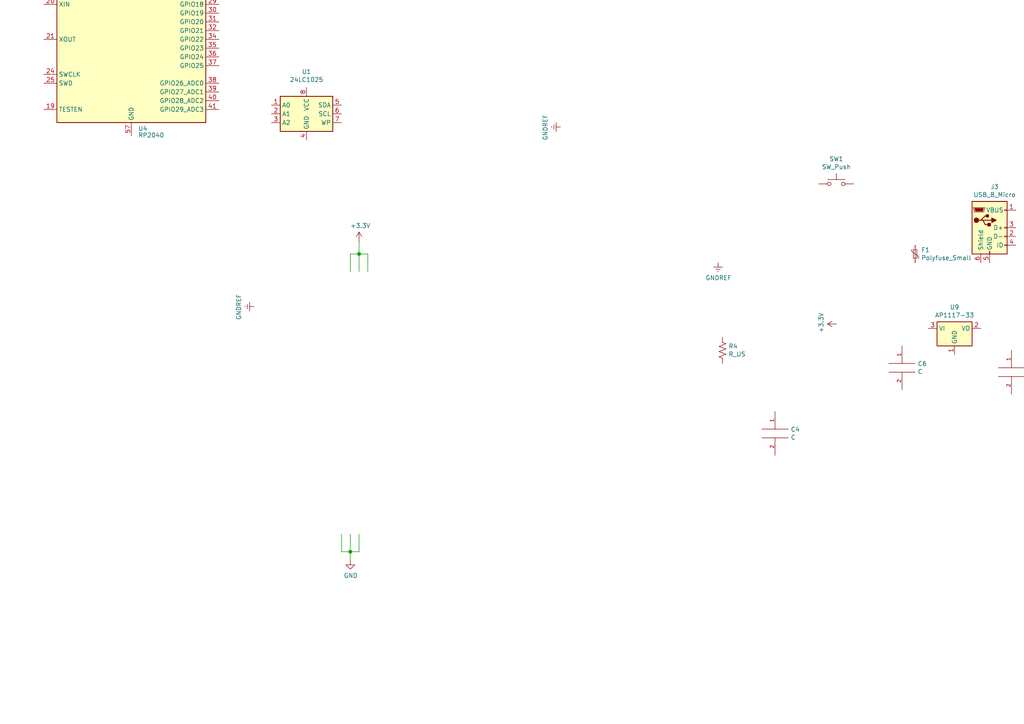
<source format=kicad_sch>
(kicad_sch (version 20230121) (generator eeschema)
  (paper "A4")
  (lib_symbols
    (symbol "Analog_DAC:MCP4725xxx-xCH"
      (property "Reference" "U" (at -6.35 6.35 0))
      (property "Value" "MCP4725xxx-xCH" (at 8.89 6.35 0))
      (symbol "MCP4725xxx-xCH_1_1"
        (pin output line (at 10.16 0 180) (length 2.54) (name "VOUT") (number "1"))
        (pin power_in line (at 0 -7.62 90) (length 2.54) (name "VSS") (number "2"))
        (pin power_in line (at 0 7.62 270) (length 2.54) (name "VDD") (number "3"))
        (pin bidirectional line (at -10.16 0 0) (length 2.54) (name "SDA") (number "4"))
        (pin input line (at -10.16 2.54 0) (length 2.54) (name "SCL") (number "5"))
        (pin input line (at -10.16 -2.54 0) (length 2.54) (name "A0") (number "6"))
      )
    )
    (symbol "Connector:AudioJack2_Switch"
      (property "Reference" "J" (at 0 11.43 0))
      (property "Value" "Connector_AudioJack2_Switch" (at 0 8.89 0))
      (symbol "AudioJack2_Switch_1_1"
        (pin passive line (at 5.08 5.08 180) (length 2.54) (name "~") (number "S"))
        (pin passive line (at 5.08 2.54 180) (length 2.54) (name "~") (number "SN"))
        (pin passive line (at 5.08 0 180) (length 2.54) (name "~") (number "T"))
        (pin passive line (at 5.08 -2.54 180) (length 2.54) (name "~") (number "TN"))
      )
    )
    (symbol "Connector:Micro_SD_Card" (pin_names (offset 1.016))
      (property "Reference" "J" (at -16.51 15.24 0))
      (property "Value" "Micro_SD_Card" (at 16.51 15.24 0))
      (symbol "Micro_SD_Card_1_1"
        (pin bidirectional line (at -22.86 7.62 0) (length 3.81) (name "DAT2") (number "1"))
        (pin bidirectional line (at -22.86 5.08 0) (length 3.81) (name "DAT3/CD") (number "2"))
        (pin input line (at -22.86 2.54 0) (length 3.81) (name "CMD") (number "3"))
        (pin power_in line (at -22.86 0 0) (length 3.81) (name "VDD") (number "4"))
        (pin input line (at -22.86 -2.54 0) (length 3.81) (name "CLK") (number "5"))
        (pin power_in line (at -22.86 -5.08 0) (length 3.81) (name "VSS") (number "6"))
        (pin bidirectional line (at -22.86 -7.62 0) (length 3.81) (name "DAT0") (number "7"))
        (pin bidirectional line (at -22.86 -10.16 0) (length 3.81) (name "DAT1") (number "8"))
        (pin passive line (at 20.32 -15.24 180) (length 3.81) (name "SHIELD") (number "9"))
      )
    )
    (symbol "Connector:USB_B_Micro" (pin_names (offset 1.016))
      (property "Reference" "J" (at -5.08 11.43 0))
      (property "Value" "USB_B_Micro" (at -5.08 8.89 0))
      (symbol "USB_B_Micro_1_1"
        (pin power_out line (at 7.62 5.08 180) (length 2.54) (name "VBUS") (number "1"))
        (pin bidirectional line (at 7.62 -2.54 180) (length 2.54) (name "D-") (number "2"))
        (pin bidirectional line (at 7.62 0 180) (length 2.54) (name "D+") (number "3"))
        (pin passive line (at 7.62 -5.08 180) (length 2.54) (name "ID") (number "4"))
        (pin power_out line (at 0 -10.16 90) (length 2.54) (name "GND") (number "5"))
        (pin passive line (at -2.54 -10.16 90) (length 2.54) (name "Shield") (number "6"))
      )
    )
    (symbol "Connector:USB_C_Plug" (pin_names (offset 1.016))
      (property "Reference" "P" (at -10.16 29.21 0))
      (property "Value" "USB_C_Plug" (at 10.16 29.21 0))
      (symbol "USB_C_Plug_1_1"
        (pin passive line (at 0 -40.64 90) (length 5.08) (name "GND") (number "A1"))
        (pin bidirectional line (at 15.24 -15.24 180) (length 5.08) (name "RX2-") (number "A10"))
        (pin bidirectional line (at 15.24 -17.78 180) (length 5.08) (name "RX2+") (number "A11"))
        (pin passive line (at 0 -40.64 90) (length 5.08) hide (name "GND") (number "A12"))
        (pin bidirectional line (at 15.24 -10.16 180) (length 5.08) (name "TX1+") (number "A2"))
        (pin bidirectional line (at 15.24 -7.62 180) (length 5.08) (name "TX1-") (number "A3"))
        (pin passive line (at 15.24 25.4 180) (length 5.08) (name "VBUS") (number "A4"))
        (pin bidirectional line (at 15.24 20.32 180) (length 5.08) (name "CC") (number "A5"))
        (pin bidirectional line (at 15.24 7.62 180) (length 5.08) (name "D+") (number "A6"))
        (pin bidirectional line (at 15.24 12.7 180) (length 5.08) (name "D-") (number "A7"))
        (pin bidirectional line (at 15.24 -30.48 180) (length 5.08) (name "SBU1") (number "A8"))
        (pin passive line (at 15.24 25.4 180) (length 5.08) hide (name "VBUS") (number "A9"))
        (pin passive line (at 0 -40.64 90) (length 5.08) hide (name "GND") (number "B1"))
        (pin bidirectional line (at 15.24 0 180) (length 5.08) (name "RX1-") (number "B10"))
        (pin bidirectional line (at 15.24 -2.54 180) (length 5.08) (name "RX1+") (number "B11"))
        (pin passive line (at 0 -40.64 90) (length 5.08) hide (name "GND") (number "B12"))
        (pin bidirectional line (at 15.24 -25.4 180) (length 5.08) (name "TX2+") (number "B2"))
        (pin bidirectional line (at 15.24 -22.86 180) (length 5.08) (name "TX2-") (number "B3"))
        (pin passive line (at 15.24 25.4 180) (length 5.08) hide (name "VBUS") (number "B4"))
        (pin bidirectional line (at 15.24 17.78 180) (length 5.08) (name "VCONN") (number "B5"))
        (pin bidirectional line (at 15.24 -33.02 180) (length 5.08) (name "SBU2") (number "B8"))
        (pin passive line (at 15.24 25.4 180) (length 5.08) hide (name "VBUS") (number "B9"))
        (pin passive line (at -7.62 -40.64 90) (length 5.08) (name "SHIELD") (number "S1"))
      )
    )
    (symbol "Device:Crystal" (pin_numbers hide) (pin_names (offset 1.016) hide)
      (property "Reference" "Y" (at 0 3.81 0))
      (property "Value" "Crystal" (at 0 -3.81 0))
      (symbol "Crystal_1_1"
        (pin passive line (at -3.81 0 0) (length 1.27) (name "1") (number "1"))
        (pin passive line (at 3.81 0 180) (length 1.27) (name "2") (number "2"))
      )
    )
    (symbol "Device:D_Zener" (pin_numbers hide) (pin_names (offset 1.016) hide)
      (property "Reference" "D" (at 0 2.54 0))
      (property "Value" "D_Zener" (at 0 -2.54 0))
      (symbol "D_Zener_1_1"
        (pin passive line (at -3.81 0 0) (length 2.54) (name "K") (number "1"))
        (pin passive line (at 3.81 0 180) (length 2.54) (name "A") (number "2"))
      )
    )
    (symbol "Device:Polyfuse_Small" (pin_numbers hide) (pin_names (offset 0))
      (property "Reference" "F" (at -1.905 0 90))
      (property "Value" "Polyfuse_Small" (at 1.905 0 90))
      (symbol "Polyfuse_Small_1_1"
        (pin passive line (at 0 2.54 270) (length 0.635) (name "~") (number "1"))
        (pin passive line (at 0 -2.54 90) (length 0.635) (name "~") (number "2"))
      )
    )
    (symbol "Device:R_US" (pin_numbers hide) (pin_names (offset 0))
      (property "Reference" "R" (at 2.54 0 90))
      (property "Value" "R_US" (at -2.54 0 90))
      (symbol "R_US_1_1"
        (pin passive line (at 0 3.81 270) (length 1.27) (name "~") (number "1"))
        (pin passive line (at 0 -3.81 90) (length 1.27) (name "~") (number "2"))
      )
    )
    (symbol "Display_Graphic:AG12864E" (pin_names (offset 1.016))
      (property "Reference" "DS" (at -8.382 19.05 0))
      (property "Value" "AG12864E" (at 5.588 19.05 0))
      (symbol "AG12864E_1_1"
        (pin power_in line (at 0 20.32 270) (length 2.54) (name "VCC") (number "1"))
        (pin bidirectional line (at -12.7 -12.7 0) (length 2.54) (name "DB6") (number "10"))
        (pin bidirectional line (at -12.7 -15.24 0) (length 2.54) (name "DB7") (number "11"))
        (pin input line (at 12.7 -12.7 180) (length 2.54) (name "~{CS1}") (number "12"))
        (pin input line (at 12.7 -15.24 180) (length 2.54) (name "~{CS2}") (number "13"))
        (pin input line (at -12.7 10.16 0) (length 2.54) (name "~{RST}") (number "14"))
        (pin input line (at -12.7 7.62 0) (length 2.54) (name "R/~{W}") (number "15"))
        (pin input line (at -12.7 12.7 0) (length 2.54) (name "D/~{I}") (number "16"))
        (pin input line (at -12.7 15.24 0) (length 2.54) (name "E") (number "17"))
        (pin passive line (at 12.7 7.62 180) (length 2.54) (name "VEE") (number "18"))
        (pin passive line (at 12.7 -2.54 180) (length 2.54) (name "LEDA/EL") (number "19"))
        (pin power_in line (at 0 -20.32 90) (length 2.54) (name "GND") (number "2"))
        (pin passive line (at 12.7 -5.08 180) (length 2.54) (name "LEDK/EL") (number "20"))
        (pin passive line (at 12.7 15.24 180) (length 2.54) (name "VO") (number "3"))
        (pin bidirectional line (at -12.7 2.54 0) (length 2.54) (name "DB0") (number "4"))
        (pin bidirectional line (at -12.7 0 0) (length 2.54) (name "DB1") (number "5"))
        (pin bidirectional line (at -12.7 -2.54 0) (length 2.54) (name "DB2") (number "6"))
        (pin bidirectional line (at -12.7 -5.08 0) (length 2.54) (name "DB3") (number "7"))
        (pin bidirectional line (at -12.7 -7.62 0) (length 2.54) (name "DB4") (number "8"))
        (pin bidirectional line (at -12.7 -10.16 0) (length 2.54) (name "DB5") (number "9"))
      )
    )
    (symbol "MCU_RaspberryPi:RP2040"
      (property "Reference" "U" (at 17.78 45.72 0))
      (property "Value" "RP2040" (at 17.78 43.18 0))
      (symbol "RP2040_1_1"
        (pin power_in line (at 2.54 45.72 270) (length 3.81) (name "IOVDD") (number "1"))
        (pin passive line (at 2.54 45.72 270) (length 3.81) hide (name "IOVDD") (number "10"))
        (pin bidirectional line (at 25.4 17.78 180) (length 3.81) (name "GPIO8") (number "11"))
        (pin bidirectional line (at 25.4 15.24 180) (length 3.81) (name "GPIO9") (number "12"))
        (pin bidirectional line (at 25.4 12.7 180) (length 3.81) (name "GPIO10") (number "13"))
        (pin bidirectional line (at 25.4 10.16 180) (length 3.81) (name "GPIO11") (number "14"))
        (pin bidirectional line (at 25.4 7.62 180) (length 3.81) (name "GPIO12") (number "15"))
        (pin bidirectional line (at 25.4 5.08 180) (length 3.81) (name "GPIO13") (number "16"))
        (pin bidirectional line (at 25.4 2.54 180) (length 3.81) (name "GPIO14") (number "17"))
        (pin bidirectional line (at 25.4 0 180) (length 3.81) (name "GPIO15") (number "18"))
        (pin input line (at -25.4 -38.1 0) (length 3.81) (name "TESTEN") (number "19"))
        (pin bidirectional line (at 25.4 38.1 180) (length 3.81) (name "GPIO0") (number "2"))
        (pin input line (at -25.4 -7.62 0) (length 3.81) (name "XIN") (number "20"))
        (pin passive line (at -25.4 -17.78 0) (length 3.81) (name "XOUT") (number "21"))
        (pin passive line (at 2.54 45.72 270) (length 3.81) hide (name "IOVDD") (number "22"))
        (pin power_in line (at -2.54 45.72 270) (length 3.81) (name "DVDD") (number "23"))
        (pin input line (at -25.4 -27.94 0) (length 3.81) (name "SWCLK") (number "24"))
        (pin bidirectional line (at -25.4 -30.48 0) (length 3.81) (name "SWD") (number "25"))
        (pin input line (at -25.4 38.1 0) (length 3.81) (name "RUN") (number "26"))
        (pin bidirectional line (at 25.4 -2.54 180) (length 3.81) (name "GPIO16") (number "27"))
        (pin bidirectional line (at 25.4 -5.08 180) (length 3.81) (name "GPIO17") (number "28"))
        (pin bidirectional line (at 25.4 -7.62 180) (length 3.81) (name "GPIO18") (number "29"))
        (pin bidirectional line (at 25.4 35.56 180) (length 3.81) (name "GPIO1") (number "3"))
        (pin bidirectional line (at 25.4 -10.16 180) (length 3.81) (name "GPIO19") (number "30"))
        (pin bidirectional line (at 25.4 -12.7 180) (length 3.81) (name "GPIO20") (number "31"))
        (pin bidirectional line (at 25.4 -15.24 180) (length 3.81) (name "GPIO21") (number "32"))
        (pin passive line (at 2.54 45.72 270) (length 3.81) hide (name "IOVDD") (number "33"))
        (pin bidirectional line (at 25.4 -17.78 180) (length 3.81) (name "GPIO22") (number "34"))
        (pin bidirectional line (at 25.4 -20.32 180) (length 3.81) (name "GPIO23") (number "35"))
        (pin bidirectional line (at 25.4 -22.86 180) (length 3.81) (name "GPIO24") (number "36"))
        (pin bidirectional line (at 25.4 -25.4 180) (length 3.81) (name "GPIO25") (number "37"))
        (pin bidirectional line (at 25.4 -30.48 180) (length 3.81) (name "GPIO26_ADC0") (number "38"))
        (pin bidirectional line (at 25.4 -33.02 180) (length 3.81) (name "GPIO27_ADC1") (number "39"))
        (pin bidirectional line (at 25.4 33.02 180) (length 3.81) (name "GPIO2") (number "4"))
        (pin bidirectional line (at 25.4 -35.56 180) (length 3.81) (name "GPIO28_ADC2") (number "40"))
        (pin bidirectional line (at 25.4 -38.1 180) (length 3.81) (name "GPIO29_ADC3") (number "41"))
        (pin passive line (at 2.54 45.72 270) (length 3.81) hide (name "IOVDD") (number "42"))
        (pin power_in line (at 7.62 45.72 270) (length 3.81) (name "ADC_AVDD") (number "43"))
        (pin power_in line (at 10.16 45.72 270) (length 3.81) (name "VREG_IN") (number "44"))
        (pin power_out line (at -5.08 45.72 270) (length 3.81) (name "VREG_VOUT") (number "45"))
        (pin bidirectional line (at -25.4 27.94 0) (length 3.81) (name "USB_DM") (number "46"))
        (pin bidirectional line (at -25.4 30.48 0) (length 3.81) (name "USB_DP") (number "47"))
        (pin power_in line (at 5.08 45.72 270) (length 3.81) (name "USB_VDD") (number "48"))
        (pin passive line (at 2.54 45.72 270) (length 3.81) hide (name "IOVDD") (number "49"))
        (pin bidirectional line (at 25.4 30.48 180) (length 3.81) (name "GPIO3") (number "5"))
        (pin passive line (at -2.54 45.72 270) (length 3.81) hide (name "DVDD") (number "50"))
        (pin bidirectional line (at -25.4 7.62 0) (length 3.81) (name "QSPI_SD3") (number "51"))
        (pin output line (at -25.4 5.08 0) (length 3.81) (name "QSPI_SCLK") (number "52"))
        (pin bidirectional line (at -25.4 15.24 0) (length 3.81) (name "QSPI_SD0") (number "53"))
        (pin bidirectional line (at -25.4 10.16 0) (length 3.81) (name "QSPI_SD2") (number "54"))
        (pin bidirectional line (at -25.4 12.7 0) (length 3.81) (name "QSPI_SD1") (number "55"))
        (pin bidirectional line (at -25.4 20.32 0) (length 3.81) (name "QSPI_SS") (number "56"))
        (pin power_in line (at 0 -45.72 90) (length 3.81) (name "GND") (number "57"))
        (pin bidirectional line (at 25.4 27.94 180) (length 3.81) (name "GPIO4") (number "6"))
        (pin bidirectional line (at 25.4 25.4 180) (length 3.81) (name "GPIO5") (number "7"))
        (pin bidirectional line (at 25.4 22.86 180) (length 3.81) (name "GPIO6") (number "8"))
        (pin bidirectional line (at 25.4 20.32 180) (length 3.81) (name "GPIO7") (number "9"))
      )
    )
    (symbol "Memory_EEPROM:24LC1025"
      (property "Reference" "U" (at -6.35 6.35 0))
      (property "Value" "24LC1025" (at 1.27 6.35 0))
      (symbol "24LC1025_1_1"
        (pin input line (at -10.16 2.54 0) (length 2.54) (name "A0") (number "1"))
        (pin input line (at -10.16 0 0) (length 2.54) (name "A1") (number "2"))
        (pin input line (at -10.16 -2.54 0) (length 2.54) (name "A2") (number "3"))
        (pin power_in line (at 0 -7.62 90) (length 2.54) (name "GND") (number "4"))
        (pin bidirectional line (at 10.16 2.54 180) (length 2.54) (name "SDA") (number "5"))
        (pin input line (at 10.16 0 180) (length 2.54) (name "SCL") (number "6"))
        (pin input line (at 10.16 -2.54 180) (length 2.54) (name "WP") (number "7"))
        (pin power_in line (at 0 7.62 270) (length 2.54) (name "VCC") (number "8"))
      )
    )
    (symbol "Memory_Flash:W25Q32JVSS"
      (property "Reference" "U" (at -6.35 11.43 0))
      (property "Value" "W25Q32JVSS" (at 7.62 11.43 0))
      (symbol "W25Q32JVSS_1_1"
        (pin input line (at -10.16 7.62 0) (length 2.54) (name "~{CS}") (number "1"))
        (pin bidirectional line (at -10.16 0 0) (length 2.54) (name "DO(IO1)") (number "2"))
        (pin bidirectional line (at -10.16 -2.54 0) (length 2.54) (name "IO2") (number "3"))
        (pin power_in line (at 0 -12.7 90) (length 2.54) (name "GND") (number "4"))
        (pin bidirectional line (at -10.16 2.54 0) (length 2.54) (name "DI(IO0)") (number "5"))
        (pin input line (at -10.16 5.08 0) (length 2.54) (name "CLK") (number "6"))
        (pin bidirectional line (at -10.16 -5.08 0) (length 2.54) (name "IO3") (number "7"))
        (pin power_in line (at 0 12.7 270) (length 2.54) (name "VCC") (number "8"))
      )
    )
    (symbol "Regulator_Linear:AP1117-33"
      (property "Reference" "U" (at -3.81 3.175 0))
      (property "Value" "AP1117-33" (at 0 3.175 0))
      (symbol "AP1117-33_1_1"
        (pin power_in line (at 0 -7.62 90) (length 2.54) (name "GND") (number "1"))
        (pin power_out line (at 7.62 0 180) (length 2.54) (name "VO") (number "2"))
        (pin power_in line (at -7.62 0 0) (length 2.54) (name "VI") (number "3"))
      )
    )
    (symbol "Sensor_Motion:MPU-6050"
      (property "Reference" "U" (at -11.43 13.97 0))
      (property "Value" "MPU-6050" (at 7.62 -15.24 0))
      (symbol "MPU-6050_0_0"
        (text "" (at 12.7 -2.54 0) (effects (font (size 1.27 1.27))))
      )
      (symbol "MPU-6050_1_1"
        (pin input clock (at -17.78 -7.62 0) (length 5.08) (name "CLKIN") (number "1"))
        (pin passive line (at 17.78 -7.62 180) (length 5.08) (name "REGOUT") (number "10"))
        (pin input line (at -17.78 -5.08 0) (length 5.08) (name "FSYNC") (number "11"))
        (pin output line (at 17.78 7.62 180) (length 5.08) (name "INT") (number "12"))
        (pin power_in line (at 2.54 17.78 270) (length 3.81) (name "VDD") (number "13"))
        (pin no_connect line (at -12.7 -10.16 0) (length 2.54) hide (name "NC") (number "14"))
        (pin no_connect line (at 12.7 12.7 180) (length 2.54) hide (name "NC") (number "15"))
        (pin no_connect line (at 12.7 10.16 180) (length 2.54) hide (name "NC") (number "16"))
        (pin no_connect line (at 12.7 5.08 180) (length 2.54) hide (name "NC") (number "17"))
        (pin power_in line (at 0 -17.78 90) (length 3.81) (name "GND") (number "18"))
        (pin no_connect line (at 12.7 -10.16 180) (length 2.54) hide (name "RESV") (number "19"))
        (pin no_connect line (at -12.7 12.7 0) (length 2.54) hide (name "NC") (number "2"))
        (pin passive line (at 17.78 -5.08 180) (length 5.08) (name "CPOUT") (number "20"))
        (pin no_connect line (at 12.7 -2.54 180) (length 2.54) hide (name "RESV") (number "21"))
        (pin no_connect line (at 12.7 -12.7 180) (length 2.54) hide (name "RESV") (number "22"))
        (pin input line (at -17.78 5.08 0) (length 5.08) (name "SCL") (number "23"))
        (pin bidirectional line (at -17.78 7.62 0) (length 5.08) (name "SDA") (number "24"))
        (pin no_connect line (at -12.7 10.16 0) (length 2.54) hide (name "NC") (number "3"))
        (pin no_connect line (at -12.7 0 0) (length 2.54) hide (name "NC") (number "4"))
        (pin no_connect line (at -12.7 -2.54 0) (length 2.54) hide (name "NC") (number "5"))
        (pin bidirectional line (at 17.78 2.54 180) (length 5.08) (name "AUX_DA") (number "6"))
        (pin output clock (at 17.78 0 180) (length 5.08) (name "AUX_CL") (number "7"))
        (pin power_in line (at -2.54 17.78 270) (length 3.81) (name "VLOGIC") (number "8"))
        (pin input line (at -17.78 2.54 0) (length 5.08) (name "AD0") (number "9"))
      )
    )
    (symbol "Switch:SW_Push" (pin_numbers hide) (pin_names (offset 1.016) hide)
      (property "Reference" "SW" (at 1.27 2.54 0))
      (property "Value" "SW_Push" (at 0 -1.524 0))
      (symbol "SW_Push_0_1"
        (pin passive line (at -5.08 0 0) (length 2.54) (name "1") (number "1"))
        (pin passive line (at 5.08 0 180) (length 2.54) (name "2") (number "2"))
      )
    )
    (symbol "Timer_RTC:DS1307Z+"
      (property "Reference" "U" (at -8.89 8.89 0))
      (property "Value" "DS1307Z+" (at 1.27 8.89 0))
      (symbol "DS1307Z+_1_1"
        (pin input line (at -12.7 -2.54 0) (length 2.54) (name "X1") (number "1"))
        (pin input line (at -12.7 -5.08 0) (length 2.54) (name "X2") (number "2"))
        (pin power_in line (at 0 10.16 270) (length 2.54) (name "VBAT") (number "3"))
        (pin power_in line (at 0 -10.16 90) (length 2.54) (name "GND") (number "4"))
        (pin bidirectional line (at -12.7 2.54 0) (length 2.54) (name "SDA") (number "5"))
        (pin input line (at -12.7 5.08 0) (length 2.54) (name "SCL") (number "6"))
        (pin open_collector line (at 12.7 0 180) (length 2.54) (name "SQW/OUT") (number "7"))
        (pin power_in line (at -2.54 10.16 270) (length 2.54) (name "VCC") (number "8"))
      )
    )
    (symbol "gameConsole-rescue:PAM8403-pam8403" (pin_names (offset 1.016))
      (property "Reference" "U" (at 1.27 -2.54 0))
      (property "Value" "PAM8403-pam8403" (at 1.27 3.81 0))
      (symbol "PAM8403-pam8403_1_1"
        (pin input line (at 24.13 6.35 180) (length 7.62) (name "+OutLeft") (number "1"))
        (pin input line (at -20.32 -1.27 0) (length 7.62) (name "InRight") (number "10"))
        (pin input line (at -6.35 -24.13 90) (length 7.62) (name "GND") (number "11"))
        (pin input line (at -20.32 -5.08 0) (length 7.62) (name "~{Shutdown}") (number "12"))
        (pin input line (at 6.35 21.59 270) (length 7.62) (name "PVDD") (number "13"))
        (pin input line (at 24.13 -2.54 180) (length 7.62) (name "-OutRight") (number "14"))
        (pin input line (at 7.62 -24.13 90) (length 7.62) (name "PGND") (number "15"))
        (pin input line (at 24.13 -6.35 180) (length 7.62) (name "+OutRight") (number "16"))
        (pin input line (at 2.54 -24.13 90) (length 7.62) (name "PGND") (number "2"))
        (pin input line (at 24.13 2.54 180) (length 7.62) (name "-OutLeft") (number "3"))
        (pin input line (at 0 21.59 270) (length 7.62) (name "PVDD") (number "4"))
        (pin input line (at -20.32 -8.89 0) (length 7.62) (name "~{Mute}") (number "5"))
        (pin input line (at -6.35 21.59 270) (length 7.62) (name "VDD") (number "6"))
        (pin input line (at -20.32 6.35 0) (length 7.62) (name "InLeft") (number "7"))
        (pin input line (at -20.32 2.54 0) (length 7.62) (name "Vref") (number "8"))
        (pin input line (at -2.54 -24.13 90) (length 7.62) (name "NC") (number "9"))
      )
    )
    (symbol "power:+3.3V" (power) (pin_names (offset 0))
      (property "Value" "+3.3V" (at 0 3.556 0))
      (symbol "+3.3V_1_1"
        (pin power_in line (at 0 0 90) (length 0) hide (name "+3.3V") (number "1"))
      )
    )
    (symbol "power:+5V" (power) (pin_names (offset 0))
      (property "Value" "+5V" (at 0 3.556 0))
      (symbol "+5V_1_1"
        (pin power_in line (at 0 0 90) (length 0) hide (name "+5V") (number "1"))
      )
    )
    (symbol "power:GND" (power) (pin_names (offset 0))
      (property "Value" "GND" (at 0 -3.81 0))
      (symbol "GND_1_1"
        (pin power_in line (at 0 0 270) (length 0) hide (name "GND") (number "1"))
      )
    )
    (symbol "power:GNDREF" (power) (pin_names (offset 0))
      (property "Value" "GNDREF" (at 0 -3.81 0))
      (symbol "GNDREF_1_1"
        (pin power_in line (at 0 0 270) (length 0) hide (name "GNDREF") (number "1"))
      )
    )
    (symbol "pspice:C" (pin_names (offset 0.254))
      (property "Reference" "C" (at 2.54 3.81 90))
      (property "Value" "pspice_C" (at 2.54 -3.81 90))
      (symbol "C_1_1"
        (pin passive line (at 0 6.35 270) (length 5.08) (name "~") (number "1"))
        (pin passive line (at 0 -6.35 90) (length 5.08) (name "~") (number "2"))
      )
    )
  )
  (junction (at 179.07 -46.99))
  (junction (at 152.4 -25.4))
  (junction (at 114.3 -154.94))
  (junction (at 156.21 -46.99))
  (junction (at 228.6 -48.26))
  (junction (at 251.46 -48.26))
  (junction (at 198.12 -41.91))
  (junction (at 358.14 -33.02))
  (junction (at 87.63 -137.16))
  (junction (at 407.67 127))
  (junction (at 91.44 -158.75))
  (junction (at 160.02 -27.94))
  (junction (at 354.33 -55.88))
  (junction (at 101.6 160.02))
  (junction (at 179.07 -36.83))
  (junction (at 95.25 -139.7))
  (junction (at 365.76 153.67))
  (junction (at 350.52 -30.48))
  (junction (at -17.78 20.32))
  (junction (at 270.51 -43.18))
  (junction (at 382.27 161.29))
  (junction (at 382.27 -46.99))
  (junction (at 251.46 -38.1))
  (junction (at 104.14 73.66))
  (junction (at -40.64 20.32))
  (wire (pts (xy 99.06 -132.08) (xy 104.14 -132.08)))
  (wire (pts (xy 179.07 -46.99) (xy 179.07 -36.83)))
  (wire (pts (xy -40.64 3.81) (xy -40.64 20.32)))
  (wire (pts (xy 358.14 -33.02) (xy 358.14 -44.45)))
  (wire (pts (xy 87.63 -137.16) (xy 104.14 -137.16)))
  (wire (pts (xy 87.63 -137.16) (xy 87.63 -147.32)))
  (wire (pts (xy 63.5 -39.37) (xy 92.71 -39.37)))
  (wire (pts (xy 401.32 124.46) (xy 401.32 130.81)))
  (wire (pts (xy 101.6 73.66) (xy 101.6 78.74)))
  (wire (pts (xy 431.8 154.94) (xy 435.61 154.94)))
  (wire (pts (xy 35.56 -60.96) (xy 35.56 -62.23)))
  (wire (pts (xy 156.21 -46.99) (xy 152.4 -46.99)))
  (wire (pts (xy 361.95 -33.02) (xy 358.14 -33.02)))
  (wire (pts (xy 156.21 -46.99) (xy 156.21 -52.07)))
  (wire (pts (xy 101.6 154.94) (xy 101.6 160.02)))
  (wire (pts (xy 114.3 -161.29) (xy 114.3 -154.94)))
  (wire (pts (xy 270.51 -43.18) (xy 270.51 -38.1)))
  (wire (pts (xy 116.84 -124.46) (xy 116.84 -118.11)))
  (wire (pts (xy 382.27 -46.99) (xy 382.27 -43.18)))
  (wire (pts (xy 350.52 -55.88) (xy 350.52 -52.07)))
  (wire (pts (xy 91.44 -158.75) (xy 87.63 -158.75)))
  (wire (pts (xy 106.68 73.66) (xy 106.68 78.74)))
  (wire (pts (xy 8.89 -33.02) (xy 8.89 -34.29)))
  (wire (pts (xy 160.02 -46.99) (xy 156.21 -46.99)))
  (wire (pts (xy 251.46 -54.61) (xy 251.46 -48.26)))
  (wire (pts (xy 415.29 176.53) (xy 415.29 182.88)))
  (wire (pts (xy 435.61 154.94) (xy 435.61 149.86)))
  (wire (pts (xy 179.07 -17.78) (xy 179.07 -11.43)))
  (wire (pts (xy 350.52 -30.48) (xy 341.63 -30.48)))
  (wire (pts (xy -8.89 -46.99) (xy -3.81 -46.99)))
  (wire (pts (xy 228.6 -48.26) (xy 228.6 -53.34)))
  (wire (pts (xy 270.51 -38.1) (xy 267.97 -38.1)))
  (wire (pts (xy 91.44 -44.45) (xy 92.71 -44.45)))
  (wire (pts (xy -69.85 -48.26) (xy -55.88 -48.26)))
  (wire (pts (xy -69.85 -50.8) (xy -69.85 -52.07)))
  (wire (pts (xy 198.12 -36.83) (xy 195.58 -36.83)))
  (wire (pts (xy 88.9 -36.83) (xy 63.5 -36.83)))
  (wire (pts (xy -22.86 3.81) (xy -17.78 3.81)))
  (wire (pts (xy 361.95 -30.48) (xy 350.52 -30.48)))
  (wire (pts (xy 270.51 -48.26) (xy 270.51 -43.18)))
  (wire (pts (xy 387.35 146.05) (xy 365.76 146.05)))
  (wire (pts (xy 104.14 160.02) (xy 104.14 154.94)))
  (wire (pts (xy 255.27 -38.1) (xy 251.46 -38.1)))
  (wire (pts (xy 8.89 -36.83) (xy 12.7 -36.83)))
  (wire (pts (xy 435.61 149.86) (xy 431.8 149.86)))
  (wire (pts (xy -5.08 -11.43) (xy 12.7 -11.43)))
  (wire (pts (xy -5.08 -12.7) (xy -5.08 -11.43)))
  (wire (pts (xy -6.35 -19.05) (xy 12.7 -19.05)))
  (wire (pts (xy 179.07 -53.34) (xy 179.07 -46.99)))
  (wire (pts (xy -67.31 -55.88) (xy -67.31 -59.69)))
  (wire (pts (xy 130.81 -154.94) (xy 137.16 -154.94)))
  (wire (pts (xy 387.35 157.48) (xy 382.27 157.48)))
  (wire (pts (xy 87.63 -137.16) (xy 83.82 -137.16)))
  (wire (pts (xy 91.44 -158.75) (xy 91.44 -163.83)))
  (wire (pts (xy 224.79 -26.67) (xy 224.79 -36.83)))
  (wire (pts (xy 358.14 153.67) (xy 351.79 153.67)))
  (wire (pts (xy 535.94 -54.61) (xy 549.91 -54.61)))
  (wire (pts (xy 198.12 -46.99) (xy 198.12 -41.91)))
  (wire (pts (xy 87.63 -158.75) (xy 87.63 -154.94)))
  (wire (pts (xy 195.58 -46.99) (xy 198.12 -46.99)))
  (wire (pts (xy 358.14 -33.02) (xy 341.63 -33.02)))
  (wire (pts (xy -30.48 3.81) (xy -40.64 3.81)))
  (wire (pts (xy 179.07 -36.83) (xy 179.07 -33.02)))
  (wire (pts (xy 358.14 -55.88) (xy 354.33 -55.88)))
  (wire (pts (xy 99.06 -127) (xy 92.71 -127)))
  (wire (pts (xy 232.41 -44.45) (xy 232.41 -48.26)))
  (wire (pts (xy 182.88 -46.99) (xy 179.07 -46.99)))
  (wire (pts (xy 95.25 -139.7) (xy 83.82 -139.7)))
  (wire (pts (xy -17.78 3.81) (xy -17.78 5.08)))
  (wire (pts (xy 354.33 -55.88) (xy 350.52 -55.88)))
  (wire (pts (xy 407.67 93.98) (xy 407.67 127)))
  (wire (pts (xy 535.94 -41.91) (xy 547.37 -41.91)))
  (wire (pts (xy 12.7 -27.94) (xy 12.7 -26.67)))
  (wire (pts (xy 160.02 -27.94) (xy 160.02 -35.56)))
  (wire (pts (xy 410.21 176.53) (xy 410.21 182.88)))
  (wire (pts (xy 535.94 -36.83) (xy 547.37 -36.83)))
  (wire (pts (xy 3.81 -46.99) (xy 8.89 -46.99)))
  (wire (pts (xy 104.14 73.66) (xy 104.14 78.74)))
  (wire (pts (xy 99.06 -129.54) (xy 99.06 -127)))
  (wire (pts (xy 95.25 -158.75) (xy 91.44 -158.75)))
  (wire (pts (xy 95.25 -154.94) (xy 95.25 -158.75)))
  (wire (pts (xy 273.05 -43.18) (xy 270.51 -43.18)))
  (wire (pts (xy 520.7 11.43) (xy 520.7 19.05)))
  (wire (pts (xy 101.6 160.02) (xy 101.6 162.56)))
  (wire (pts (xy 91.44 -43.18) (xy 91.44 -44.45)))
  (wire (pts (xy 401.32 176.53) (xy 401.32 182.88)))
  (wire (pts (xy 387.35 -46.99) (xy 382.27 -46.99)))
  (wire (pts (xy 101.6 73.66) (xy 104.14 73.66)))
  (wire (pts (xy 382.27 -50.8) (xy 382.27 -46.99)))
  (wire (pts (xy 251.46 -19.05) (xy 251.46 -12.7)))
  (wire (pts (xy -6.35 -12.7) (xy -5.08 -12.7)))
  (wire (pts (xy -67.31 -53.34) (xy -67.31 -52.07)))
  (wire (pts (xy 95.25 -139.7) (xy 104.14 -139.7)))
  (wire (pts (xy 104.14 69.85) (xy 104.14 73.66)))
  (wire (pts (xy 224.79 -26.67) (xy 241.3 -26.67)))
  (wire (pts (xy 379.73 149.86) (xy 387.35 149.86)))
  (wire (pts (xy 114.3 -154.94) (xy 114.3 -144.78)))
  (wire (pts (xy 379.73 179.07) (xy 379.73 185.42)))
  (wire (pts (xy 365.76 153.67) (xy 364.49 153.67)))
  (wire (pts (xy 255.27 -48.26) (xy 251.46 -48.26)))
  (wire (pts (xy 88.9 -35.56) (xy 92.71 -35.56)))
  (wire (pts (xy 104.14 73.66) (xy 106.68 73.66)))
  (wire (pts (xy 88.9 -43.18) (xy 91.44 -43.18)))
  (wire (pts (xy 414.02 127) (xy 407.67 127)))
  (wire (pts (xy 232.41 -48.26) (xy 228.6 -48.26)))
  (wire (pts (xy -107.95 142.24) (xy -81.28 142.24)))
  (wire (pts (xy -8.89 -33.02) (xy 1.27 -33.02)))
  (wire (pts (xy 387.35 153.67) (xy 365.76 153.67)))
  (wire (pts (xy 200.66 -41.91) (xy 198.12 -41.91)))
  (wire (pts (xy 152.4 -46.99) (xy 152.4 -43.18)))
  (wire (pts (xy 358.14 -52.07) (xy 358.14 -55.88)))
  (wire (pts (xy 251.46 -48.26) (xy 251.46 -38.1)))
  (wire (pts (xy 382.27 157.48) (xy 382.27 161.29)))
  (wire (pts (xy 152.4 -25.4) (xy 168.91 -25.4)))
  (wire (pts (xy 405.13 176.53) (xy 405.13 182.88)))
  (wire (pts (xy 40.64 -60.96) (xy 35.56 -60.96)))
  (wire (pts (xy -67.31 -53.34) (xy -58.42 -53.34)))
  (wire (pts (xy 198.12 -41.91) (xy 198.12 -36.83)))
  (wire (pts (xy 8.89 -46.99) (xy 8.89 -36.83)))
  (wire (pts (xy 160.02 -27.94) (xy 168.91 -27.94)))
  (wire (pts (xy -25.4 20.32) (xy -17.78 20.32)))
  (wire (pts (xy 228.6 -48.26) (xy 224.79 -48.26)))
  (wire (pts (xy -6.35 -22.86) (xy 12.7 -22.86)))
  (wire (pts (xy -107.95 139.7) (xy -100.33 139.7)))
  (wire (pts (xy 99.06 -134.62) (xy 99.06 -132.08)))
  (wire (pts (xy 379.73 166.37) (xy 379.73 149.86)))
  (wire (pts (xy 95.25 -139.7) (xy 95.25 -147.32)))
  (wire (pts (xy 267.97 -48.26) (xy 270.51 -48.26)))
  (wire (pts (xy -7.62 -27.94) (xy 12.7 -27.94)))
  (wire (pts (xy 279.4 -26.67) (xy 261.62 -26.67)))
  (wire (pts (xy 358.14 146.05) (xy 351.79 146.05)))
  (wire (pts (xy 8.89 -34.29) (xy 12.7 -34.29)))
  (wire (pts (xy 40.64 -52.07) (xy 40.64 -60.96)))
  (wire (pts (xy 168.91 -22.86) (xy 162.56 -22.86)))
  (wire (pts (xy 12.7 -22.86) (xy 12.7 -21.59)))
  (wire (pts (xy 232.41 -29.21) (xy 241.3 -29.21)))
  (wire (pts (xy 88.9 -35.56) (xy 88.9 -36.83)))
  (wire (pts (xy 99.06 154.94) (xy 99.06 160.02)))
  (wire (pts (xy 104.14 -129.54) (xy 99.06 -129.54)))
  (wire (pts (xy 382.27 161.29) (xy 374.65 161.29)))
  (wire (pts (xy 182.88 -36.83) (xy 179.07 -36.83)))
  (wire (pts (xy 92.71 -134.62) (xy 99.06 -134.62)))
  (wire (pts (xy 407.67 127) (xy 407.67 130.81)))
  (wire (pts (xy 101.6 160.02) (xy 104.14 160.02)))
  (wire (pts (xy 88.9 -44.45) (xy 63.5 -44.45)))
  (wire (pts (xy -107.95 144.78) (xy -102.87 144.78)))
  (wire (pts (xy 160.02 -43.18) (xy 160.02 -46.99)))
  (wire (pts (xy 251.46 -38.1) (xy 251.46 -34.29)))
  (wire (pts (xy 88.9 -43.18) (xy 88.9 -44.45)))
  (wire (pts (xy 99.06 160.02) (xy 101.6 160.02)))
  (wire (pts (xy 387.35 161.29) (xy 382.27 161.29)))
  (wire (pts (xy 414.02 130.81) (xy 414.02 127)))
  (wire (pts (xy 232.41 -29.21) (xy 232.41 -36.83)))
  (wire (pts (xy 350.52 -30.48) (xy 350.52 -44.45)))
  (wire (pts (xy -69.85 -55.88) (xy -67.31 -55.88)))
  (wire (pts (xy 160.02 -27.94) (xy 148.59 -27.94)))
  (wire (pts (xy 379.73 -7.62) (xy 379.73 1.27)))
  (wire (pts (xy 199.39 -25.4) (xy 189.23 -25.4)))
  (wire (pts (xy -69.85 -52.07) (xy -67.31 -52.07)))
  (wire (pts (xy 152.4 -25.4) (xy 148.59 -25.4)))
  (wire (pts (xy -17.78 12.7) (xy -17.78 20.32)))
  (wire (pts (xy 118.11 -154.94) (xy 114.3 -154.94)))
  (wire (pts (xy 152.4 -25.4) (xy 152.4 -35.56)))
  (wire (pts (xy 354.33 -55.88) (xy 354.33 -60.96)))
  (wire (pts (xy 224.79 -48.26) (xy 224.79 -44.45)))
  (wire (pts (xy 241.3 -24.13) (xy 236.22 -24.13)))
  (wire (pts (xy -67.31 -59.69) (xy -58.42 -59.69)))
  (wire (pts (xy -40.64 20.32) (xy -33.02 20.32)))
  (global_label "QSPI_SCLK" (shape input) (at -81.28 142.24 0) (property "Intersheetrefs" "${INTERSHEET_REFS}" (effects hide)))
  (global_label "SPEAKERL_LOW_V" (shape input) (at 331.47 153.67 180) (property "Intersheetrefs" "${INTERSHEET_REFS}" (effects hide)))
  (global_label "SDA" (shape input) (at 83.82 -137.16 180) (property "Intersheetrefs" "${INTERSHEET_REFS}" (effects hide)))
  (global_label "SPEAKER_GND" (shape input) (at 447.04 152.4 0) (property "Intersheetrefs" "${INTERSHEET_REFS}" (effects hide)))
  (global_label "CPU0SPI0RX" (shape input) (at 92.71 -35.56 0) (property "Intersheetrefs" "${INTERSHEET_REFS}" (effects hide)))
  (global_label "QSPI_SD0" (shape input) (at -64.77 128.27 0) (property "Intersheetrefs" "${INTERSHEET_REFS}" (effects hide)))
  (global_label "CPU0SPI0TX" (shape input) (at 92.71 -44.45 0) (property "Intersheetrefs" "${INTERSHEET_REFS}" (effects hide)))
  (global_label "SPEAKERR_LOW_V" (shape input) (at 279.4 -26.67 0) (property "Intersheetrefs" "${INTERSHEET_REFS}" (effects hide)))
  (global_label "SPEAKERR_LOW_V" (shape input) (at 466.09 153.67 0) (property "Intersheetrefs" "${INTERSHEET_REFS}" (effects hide)))
  (global_label "SPEAKERL_LOW_V" (shape input) (at 466.09 146.05 0) (property "Intersheetrefs" "${INTERSHEET_REFS}" (effects hide)))
  (global_label "QSPI_SD1" (shape input) (at -6.35 -19.05 180) (property "Intersheetrefs" "${INTERSHEET_REFS}" (effects hide)))
  (global_label "QSPI_SD0" (shape input) (at -6.35 -22.86 180) (property "Intersheetrefs" "${INTERSHEET_REFS}" (effects hide)))
  (global_label "USBD+" (shape input) (at 547.37 -36.83 0) (property "Intersheetrefs" "${INTERSHEET_REFS}" (effects hide)))
  (global_label "QSPI_SD1" (shape input) (at -64.77 124.46 0) (property "Intersheetrefs" "${INTERSHEET_REFS}" (effects hide)))
  (global_label "SDA" (shape input) (at 341.63 -33.02 180) (property "Intersheetrefs" "${INTERSHEET_REFS}" (effects hide)))
  (global_label "QSPI_SS" (shape input) (at -63.5 133.35 0) (property "Intersheetrefs" "${INTERSHEET_REFS}" (effects hide)))
  (global_label "USBD-" (shape input) (at -8.89 -33.02 180) (property "Intersheetrefs" "${INTERSHEET_REFS}" (effects hide)))
  (global_label "SCL" (shape input) (at 341.63 -30.48 180) (property "Intersheetrefs" "${INTERSHEET_REFS}" (effects hide)))
  (global_label "USBD+" (shape input) (at -8.89 -46.99 180) (property "Intersheetrefs" "${INTERSHEET_REFS}" (effects hide)))
  (global_label "USBD-" (shape input) (at 547.37 -41.91 0) (property "Intersheetrefs" "${INTERSHEET_REFS}" (effects hide)))
  (global_label "CPU0SPI0RX" (shape input) (at -58.42 -59.69 0) (property "Intersheetrefs" "${INTERSHEET_REFS}" (effects hide)))
  (global_label "SPEAKERR_LOW_V" (shape input) (at 331.47 146.05 180) (property "Intersheetrefs" "${INTERSHEET_REFS}" (effects hide)))
  (global_label "QSPI_SCLK" (shape input) (at -6.35 -12.7 180) (property "Intersheetrefs" "${INTERSHEET_REFS}" (effects hide)))
  (global_label "SDA" (shape input) (at 148.59 -25.4 180) (property "Intersheetrefs" "${INTERSHEET_REFS}" (effects hide)))
  (global_label "SCL" (shape input) (at 148.59 -27.94 180) (property "Intersheetrefs" "${INTERSHEET_REFS}" (effects hide)))
  (global_label "CPU0SPI0TX" (shape input) (at -55.88 -48.26 0) (property "Intersheetrefs" "${INTERSHEET_REFS}" (effects hide)))
  (global_label "SCL" (shape input) (at 83.82 -139.7 180) (property "Intersheetrefs" "${INTERSHEET_REFS}" (effects hide)))
  (global_label "CPUQSPI_SS" (shape input) (at -7.62 -27.94 180) (property "Intersheetrefs" "${INTERSHEET_REFS}" (effects hide)))
  (global_label "CPU0SPI0SCK" (shape input) (at -58.42 -53.34 0) (property "Intersheetrefs" "${INTERSHEET_REFS}" (effects hide)))
  (global_label "SPEAKERL_LOW_V" (shape input) (at 199.39 -25.4 0) (property "Intersheetrefs" "${INTERSHEET_REFS}" (effects hide)))
  (global_label "CPU0SPI0SCK" (shape input) (at 92.71 -39.37 0) (property "Intersheetrefs" "${INTERSHEET_REFS}" (effects hide)))
  (symbol (lib_id "pspice:C") (at 224.79 125.73 0) (unit 1)
    (property "Reference" "C4" (at 229.3112 124.5616 0) (effects (justify left)))
    (property "Value" "C" (at 229.3112 126.873 0) (effects (justify left)))
  )
  (symbol (lib_id "Device:R_US") (at 209.55 101.6 0) (unit 1)
    (property "Reference" "R4" (at 211.2772 100.4316 0) (effects (justify left)))
    (property "Value" "R_US" (at 211.2772 102.743 0) (effects (justify left)))
  )
  (symbol (lib_id "Connector:AudioJack2_Switch") (at 508 149.86 180) (unit 1)
    (property "Reference" "J2" (at 507.1872 160.655 0))
    (property "Value" "AudioJack2_Switch" (at 507.1872 158.3436 0))
  )
  (symbol (lib_id "Connector:Micro_SD_Card") (at -130.81 144.78 180) (unit 1)
    (property "Reference" "J1" (at -129.54 162.9918 0))
    (property "Value" "Micro_SD_Card" (at -129.54 160.6804 0))
    (property "Datasheet" "http://katalog.we-online.de/em/datasheet/693072010801.pdf" (effects hide))
  )
  (symbol (lib_id "Memory_EEPROM:24LC1025") (at 88.9 33.02 0) (unit 1)
    (property "Reference" "U1" (at 88.9 20.8026 0))
    (property "Value" "24LC1025" (at 88.9 23.114 0))
    (property "Datasheet" "http://ww1.microchip.com/downloads/en/DeviceDoc/21941B.pdf" (effects hide))
  )
  (symbol (lib_id "Display_Graphic:AG12864E") (at 377.19 60.96 0) (unit 1)
    (property "Reference" "DS1" (at 377.19 36.0426 0))
    (property "Value" "AG12864E" (at 377.19 38.354 0))
    (property "Footprint" "Display:AG12864E" (effects hide))
    (property "Datasheet" "https://www.digchip.com/datasheets/parts/datasheet/1121/AG-12864E-pdf.php" (effects hide))
  )
  (symbol (lib_id "Sensor_Motion:MPU-6050") (at 379.73 -25.4 0) (unit 1)
    (property "Reference" "U10" (at 379.73 -5.3594 0))
    (property "Value" "MPU-6050" (at 379.73 -3.048 0))
    (property "Footprint" "Sensor_Motion:InvenSense_QFN-24_4x4mm_P0.5mm" (effects hide))
    (property "Datasheet" "https://store.invensense.com/datasheets/invensense/MPU-6050_DataSheet_V3%204.pdf" (effects hide))
  )
  (symbol (lib_id "Connector:USB_B_Micro") (at 287.02 66.04 0) (unit 1)
    (property "Reference" "J3" (at 288.4678 54.1782 0))
    (property "Value" "USB_B_Micro" (at 288.4678 56.4896 0))
  )
  (symbol (lib_id "gameConsole-rescue:PAM8403-pam8403") (at 407.67 152.4 0) (unit 1)
    (property "Reference" "U11" (at 409.575 125.6538 0) (effects (font (size 1.524 1.524))))
    (property "Value" "PAM8403" (at 409.575 128.3462 0) (effects (font (size 1.524 1.524))))
  )
  (symbol (lib_id "Regulator_Linear:AP1117-33") (at 276.86 95.25 0) (unit 1)
    (property "Reference" "U9" (at 276.86 89.1032 0))
    (property "Value" "AP1117-33" (at 276.86 91.4146 0))
    (property "Footprint" "Package_TO_SOT_SMD:SOT-223-3_TabPin2" (effects hide))
    (property "Datasheet" "http://www.diodes.com/datasheets/AP1117.pdf" (effects hide))
  )
  (symbol (lib_id "Device:Polyfuse_Small") (at 265.43 73.66 0) (unit 1)
    (property "Reference" "F1" (at 267.1572 72.4916 0) (effects (justify left)))
    (property "Value" "Polyfuse_Small" (at 267.1572 74.803 0) (effects (justify left)))
  )
  (symbol (lib_id "Device:R_US") (at 361.95 146.05 90) (unit 1)
    (property "Reference" "R11" (at 360.7816 144.3228 0) (effects (justify left)))
    (property "Value" "R_US" (at 363.093 144.3228 0) (effects (justify left)))
  )
  (symbol (lib_id "Device:R_US") (at 361.95 153.67 90) (unit 1)
    (property "Reference" "R10" (at 360.7816 151.9428 0) (effects (justify left)))
    (property "Value" "R_US" (at 363.093 151.9428 0) (effects (justify left)))
  )
  (symbol (lib_id "Device:Crystal") (at -29.21 20.32 0) (unit 1)
    (property "Reference" "Y1" (at -29.21 13.5128 0))
    (property "Value" "Crystal" (at -29.21 15.8242 0))
  )
  (symbol (lib_id "pspice:C") (at 345.44 146.05 90) (unit 1)
    (property "Reference" "C10" (at 344.2716 141.5288 0) (effects (justify left)))
    (property "Value" "C" (at 346.583 141.5288 0) (effects (justify left)))
  )
  (symbol (lib_id "pspice:C") (at 345.44 153.67 90) (unit 1)
    (property "Reference" "C11" (at 344.2716 149.1488 0) (effects (justify left)))
    (property "Value" "C" (at 346.583 149.1488 0) (effects (justify left)))
  )
  (symbol (lib_id "pspice:C") (at 326.39 172.72 0) (unit 1)
    (property "Reference" "C12" (at 330.9112 171.5516 0) (effects (justify left)))
    (property "Value" "C" (at 330.9112 173.863 0) (effects (justify left)))
  )
  (symbol (lib_id "pspice:C") (at 354.33 175.26 0) (unit 1)
    (property "Reference" "C13" (at 358.8512 174.0916 0) (effects (justify left)))
    (property "Value" "C" (at 358.8512 176.403 0) (effects (justify left)))
  )
  (symbol (lib_id "pspice:C") (at 411.48 -24.13 0) (unit 1)
    (property "Reference" "C15" (at 416.0012 -25.2984 0) (effects (justify left)))
    (property "Value" "C" (at 416.0012 -22.987 0) (effects (justify left)))
  )
  (symbol (lib_id "pspice:C") (at 346.71 -13.97 0) (unit 1)
    (property "Reference" "C9" (at 351.2312 -15.1384 0) (effects (justify left)))
    (property "Value" "C" (at 351.2312 -12.827 0) (effects (justify left)))
  )
  (symbol (lib_id "pspice:C") (at 393.7 -46.99 90) (unit 1)
    (property "Reference" "C14" (at 392.5316 -51.5112 0) (effects (justify left)))
    (property "Value" "C" (at 394.843 -51.5112 0) (effects (justify left)))
  )
  (symbol (lib_id "Switch:SW_Push") (at 242.57 53.34 0) (unit 1)
    (property "Reference" "SW1" (at 242.57 46.101 0))
    (property "Value" "SW_Push" (at 242.57 48.4124 0))
  )
  (symbol (lib_id "Device:R_US") (at 350.52 -48.26 0) (unit 1)
    (property "Reference" "R8" (at 352.2472 -49.4284 0) (effects (justify left)))
    (property "Value" "R_US" (at 352.2472 -47.117 0) (effects (justify left)))
  )
  (symbol (lib_id "Device:R_US") (at 358.14 -48.26 0) (unit 1)
    (property "Reference" "R9" (at 359.8672 -49.4284 0) (effects (justify left)))
    (property "Value" "R_US" (at 359.8672 -47.117 0) (effects (justify left)))
  )
  (symbol (lib_id "power:+5V") (at 299.72 67.31 0) (unit 1)
    (property "Reference" "#PWR0101" (effects hide))
    (property "Value" "+5V" (at 300.101 62.9158 0))
  )
  (symbol (lib_id "power:+3.3V") (at 242.57 93.98 90) (unit 1)
    (property "Reference" "#PWR0102" (effects hide))
    (property "Value" "+3.3V" (at 238.1758 93.599 0))
  )
  (symbol (lib_id "power:GNDREF") (at 208.28 76.2 0) (unit 1)
    (property "Reference" "#PWR0103" (effects hide))
    (property "Value" "GNDREF" (at 208.407 80.5942 0))
  )
  (symbol (lib_id "power:+3.3V") (at 354.33 -60.96 0) (unit 1)
    (property "Reference" "#PWR0111" (effects hide))
    (property "Value" "+3.3V" (at 354.711 -65.3542 0))
  )
  (symbol (lib_id "power:+3.3V") (at 382.27 -50.8 0) (unit 1)
    (property "Reference" "#PWR0112" (effects hide))
    (property "Value" "+3.3V" (at 382.651 -55.1942 0))
  )
  (symbol (lib_id "power:GND") (at 379.73 1.27 0) (unit 1)
    (property "Reference" "#PWR0113" (effects hide))
    (property "Value" "GND" (at 379.857 5.6642 0))
  )
  (symbol (lib_id "Device:D_Zener") (at 308.61 83.82 0) (unit 1)
    (property "Reference" "D1" (at 308.61 78.3336 0))
    (property "Value" "D_Zener" (at 308.61 80.645 0))
  )
  (symbol (lib_id "pspice:C") (at -157.48 52.07 0) (unit 1)
    (property "Reference" "C2" (at -152.9588 50.9016 0) (effects (justify left)))
    (property "Value" "C" (at -152.9588 53.213 0) (effects (justify left)))
  )
  (symbol (lib_id "pspice:C") (at 261.62 106.68 0) (unit 1)
    (property "Reference" "C6" (at 266.1412 105.5116 0) (effects (justify left)))
    (property "Value" "C" (at 266.1412 107.823 0) (effects (justify left)))
  )
  (symbol (lib_id "pspice:C") (at 293.37 107.95 0) (unit 1)
    (property "Reference" "C7" (at 297.8912 106.7816 0) (effects (justify left)))
    (property "Value" "C" (at 297.8912 109.093 0) (effects (justify left)))
  )
  (symbol (lib_id "Device:R_US") (at 87.63 -151.13 0) (unit 1)
    (property "Reference" "R1" (at 89.3572 -152.2984 0) (effects (justify left)))
    (property "Value" "R_US" (at 89.3572 -149.987 0) (effects (justify left)))
  )
  (symbol (lib_id "Device:R_US") (at 95.25 -151.13 0) (unit 1)
    (property "Reference" "R2" (at 96.9772 -152.2984 0) (effects (justify left)))
    (property "Value" "R_US" (at 96.9772 -149.987 0) (effects (justify left)))
  )
  (symbol (lib_id "power:+3.3V") (at 91.44 -163.83 0) (unit 1)
    (property "Reference" "#PWR0106" (effects hide))
    (property "Value" "+3.3V" (at 91.821 -168.2242 0))
  )
  (symbol (lib_id "pspice:C") (at 304.8 107.95 0) (unit 1)
    (property "Reference" "C8" (at 309.3212 106.7816 0) (effects (justify left)))
    (property "Value" "C" (at 309.3212 109.093 0) (effects (justify left)))
  )
  (symbol (lib_id "Device:R_US") (at 224.79 -40.64 0) (unit 1)
    (property "Reference" "R6" (at 226.5172 -41.8084 0) (effects (justify left)))
    (property "Value" "5K" (at 226.5172 -39.497 0) (effects (justify left)))
  )
  (symbol (lib_id "Device:R_US") (at 232.41 -40.64 0) (unit 1)
    (property "Reference" "R7" (at 234.1372 -41.8084 0) (effects (justify left)))
    (property "Value" "5K" (at 234.1372 -39.497 0) (effects (justify left)))
  )
  (symbol (lib_id "power:+3.3V") (at 228.6 -53.34 0) (unit 1)
    (property "Reference" "#PWR0109" (effects hide))
    (property "Value" "+3.3V" (at 228.981 -57.7342 0))
  )
  (symbol (lib_id "power:+3.3V") (at 104.14 69.85 0) (unit 1)
    (property "Reference" "#PWR0104" (effects hide))
    (property "Value" "+3.3V" (at 104.521 65.4558 0))
  )
  (symbol (lib_id "power:GNDREF") (at 73.66 88.9 270) (unit 1)
    (property "Reference" "#PWR0105" (effects hide))
    (property "Value" "GNDREF" (at 69.2658 89.027 0))
  )
  (symbol (lib_id "power:+3.3V") (at 251.46 -54.61 0) (unit 1)
    (property "Reference" "#PWR0107" (effects hide))
    (property "Value" "+3.3V" (at 251.841 -59.0042 0))
  )
  (symbol (lib_id "power:GNDREF") (at 162.56 36.83 270) (unit 1)
    (property "Reference" "#PWR0108" (effects hide))
    (property "Value" "GNDREF" (at 158.1658 36.957 0))
  )
  (symbol (lib_id "pspice:C") (at 261.62 -38.1 90) (unit 1)
    (property "Reference" "C21" (at 260.4516 -42.6212 0) (effects (justify left)))
    (property "Value" "C" (at 262.763 -42.6212 0) (effects (justify left)))
  )
  (symbol (lib_id "power:GND") (at 251.46 -12.7 0) (unit 1)
    (property "Reference" "#PWR0110" (effects hide))
    (property "Value" "GND" (at 251.587 -8.3058 0))
  )
  (symbol (lib_id "pspice:C") (at 261.62 -48.26 90) (unit 1)
    (property "Reference" "C20" (at 260.4516 -52.7812 0) (effects (justify left)))
    (property "Value" "C" (at 262.763 -52.7812 0) (effects (justify left)))
  )
  (symbol (lib_id "power:GND") (at 273.05 -43.18 90) (unit 1)
    (property "Reference" "#PWR0114" (effects hide))
    (property "Value" "GND" (at 277.4442 -43.307 0))
  )
  (symbol (lib_id "Analog_DAC:MCP4725xxx-xCH") (at 251.46 -26.67 0) (unit 1)
    (property "Reference" "U7" (at 262.7376 -27.8384 0) (effects (justify left)))
    (property "Value" "MCP4725xxx-xCH" (at 262.7376 -25.527 0) (effects (justify left)))
    (property "Footprint" "Package_TO_SOT_SMD:SOT-23-6" (effects hide))
  )
  (symbol (lib_id "power:+3.3V") (at 236.22 -24.13 90) (unit 1)
    (property "Reference" "#PWR0115" (effects hide))
    (property "Value" "+3.3V" (at 231.8258 -24.511 0))
  )
  (symbol (lib_id "power:+3.3V") (at 179.07 -53.34 0) (unit 1)
    (property "Reference" "#PWR0116" (effects hide))
    (property "Value" "+3.3V" (at 179.451 -57.7342 0))
  )
  (symbol (lib_id "power:GND") (at 179.07 -11.43 0) (unit 1)
    (property "Reference" "#PWR0117" (effects hide))
    (property "Value" "GND" (at 179.197 -7.0358 0))
  )
  (symbol (lib_id "Device:R_US") (at 152.4 -39.37 0) (unit 1)
    (property "Reference" "R3" (at 154.1272 -40.5384 0) (effects (justify left)))
    (property "Value" "5K" (at 154.1272 -38.227 0) (effects (justify left)))
  )
  (symbol (lib_id "Device:R_US") (at 160.02 -39.37 0) (unit 1)
    (property "Reference" "R5" (at 161.7472 -40.5384 0) (effects (justify left)))
    (property "Value" "5K" (at 161.7472 -38.227 0) (effects (justify left)))
  )
  (symbol (lib_id "power:+3.3V") (at 156.21 -52.07 0) (unit 1)
    (property "Reference" "#PWR0118" (effects hide))
    (property "Value" "+3.3V" (at 156.591 -56.4642 0))
  )
  (symbol (lib_id "pspice:C") (at 189.23 -36.83 90) (unit 1)
    (property "Reference" "C5" (at 188.0616 -41.3512 0) (effects (justify left)))
    (property "Value" "C" (at 190.373 -41.3512 0) (effects (justify left)))
  )
  (symbol (lib_id "pspice:C") (at 189.23 -46.99 90) (unit 1)
    (property "Reference" "C3" (at 188.0616 -51.5112 0) (effects (justify left)))
    (property "Value" "C" (at 190.373 -51.5112 0) (effects (justify left)))
  )
  (symbol (lib_id "power:GND") (at 200.66 -41.91 90) (unit 1)
    (property "Reference" "#PWR0119" (effects hide))
    (property "Value" "GND" (at 205.0542 -42.037 0))
  )
  (symbol (lib_id "Analog_DAC:MCP4725xxx-xCH") (at 179.07 -25.4 0) (unit 1)
    (property "Reference" "U2" (at 190.3476 -26.5684 0) (effects (justify left)))
    (property "Value" "MCP4725xxx-xCH" (at 190.3476 -24.257 0) (effects (justify left)))
    (property "Footprint" "Package_TO_SOT_SMD:SOT-23-6" (effects hide))
  )
  (symbol (lib_id "power:GND") (at 162.56 -22.86 270) (unit 1)
    (property "Reference" "#PWR0120" (effects hide))
    (property "Value" "GND" (at 158.1658 -22.733 0))
  )
  (symbol (lib_id "Timer_RTC:DS1307Z+") (at 116.84 -134.62 0) (unit 1)
    (property "Reference" "U3" (at 130.6576 -135.7884 0) (effects (justify left)))
    (property "Value" "DS1307Z+" (at 130.6576 -133.477 0) (effects (justify left)))
    (property "Footprint" "Package_SO:SOIC-8_3.9x4.9mm_P1.27mm" (effects hide))
    (property "Datasheet" "https://datasheets.maximintegrated.com/en/ds/DS1307.pdf" (effects hide))
  )
  (symbol (lib_id "Device:Crystal") (at 92.71 -130.81 90) (unit 1)
    (property "Reference" "Y2" (at 85.9028 -130.81 0))
    (property "Value" "Crystal" (at 88.2142 -130.81 0))
  )
  (symbol (lib_id "power:GND") (at 116.84 -118.11 0) (unit 1)
    (property "Reference" "#PWR0121" (effects hide))
    (property "Value" "GND" (at 116.967 -113.7158 0))
  )
  (symbol (lib_id "pspice:C") (at 124.46 -154.94 90) (unit 1)
    (property "Reference" "C16" (at 123.2916 -159.4612 0) (effects (justify left)))
    (property "Value" "C" (at 125.603 -159.4612 0) (effects (justify left)))
  )
  (symbol (lib_id "power:+5V") (at 114.3 -161.29 0) (unit 1)
    (property "Reference" "#PWR0122" (effects hide))
    (property "Value" "+5V" (at 114.681 -165.6842 0))
  )
  (symbol (lib_id "power:GND") (at 137.16 -154.94 90) (unit 1)
    (property "Reference" "#PWR0123" (effects hide))
    (property "Value" "GND" (at 141.5542 -155.067 0))
  )
  (symbol (lib_id "pspice:C") (at 379.73 172.72 0) (unit 1)
    (property "Reference" "C17" (at 384.2512 171.5516 0) (effects (justify left)))
    (property "Value" "C" (at 384.2512 173.863 0) (effects (justify left)))
  )
  (symbol (lib_id "power:+5V") (at 401.32 124.46 0) (unit 1)
    (property "Reference" "#PWR0124" (effects hide))
    (property "Value" "+5V" (at 401.701 120.0658 0))
  )
  (symbol (lib_id "power:GND") (at 401.32 182.88 0) (unit 1)
    (property "Reference" "#PWR0125" (effects hide))
    (property "Value" "GND" (at 401.447 187.2742 0))
  )
  (symbol (lib_id "pspice:C") (at 389.89 127 90) (unit 1)
    (property "Reference" "C18" (at 388.7216 122.4788 0) (effects (justify left)))
    (property "Value" "C" (at 391.033 122.4788 0) (effects (justify left)))
  )
  (symbol (lib_id "power:+5V") (at 407.67 93.98 0) (unit 1)
    (property "Reference" "#PWR0126" (effects hide))
    (property "Value" "+5V" (at 408.051 89.5858 0))
  )
  (symbol (lib_id "pspice:C") (at 416.56 119.38 90) (unit 1)
    (property "Reference" "C23" (at 415.3916 114.8588 0) (effects (justify left)))
    (property "Value" "C" (at 417.703 114.8588 0) (effects (justify left)))
  )
  (symbol (lib_id "pspice:C") (at 416.56 110.49 90) (unit 1)
    (property "Reference" "C22" (at 415.3916 105.9688 0) (effects (justify left)))
    (property "Value" "C" (at 417.703 105.9688 0) (effects (justify left)))
  )
  (symbol (lib_id "pspice:C") (at 416.56 100.33 90) (unit 1)
    (property "Reference" "C19" (at 415.3916 95.8088 0) (effects (justify left)))
    (property "Value" "C" (at 417.703 95.8088 0) (effects (justify left)))
  )
  (symbol (lib_id "power:GND") (at 410.21 182.88 0) (unit 1)
    (property "Reference" "#PWR0127" (effects hide))
    (property "Value" "GND" (at 410.337 187.2742 0))
  )
  (symbol (lib_id "power:GND") (at 415.29 182.88 0) (unit 1)
    (property "Reference" "#PWR0128" (effects hide))
    (property "Value" "GND" (at 415.417 187.2742 0))
  )
  (symbol (lib_id "power:GND") (at 405.13 182.88 0) (unit 1)
    (property "Reference" "#PWR0129" (effects hide))
    (property "Value" "GND" (at 405.257 187.2742 0))
  )
  (symbol (lib_id "power:+5V") (at 374.65 161.29 90) (unit 1)
    (property "Reference" "#PWR0130" (effects hide))
    (property "Value" "+5V" (at 370.2558 160.909 0))
  )
  (symbol (lib_id "power:GND") (at 379.73 185.42 0) (unit 1)
    (property "Reference" "#PWR0131" (effects hide))
    (property "Value" "GND" (at 379.857 189.8142 0))
  )
  (symbol (lib_id "power:GND") (at 101.6 162.56 0) (unit 1)
    (property "Reference" "#PWR0132" (effects hide))
    (property "Value" "GND" (at 101.727 166.9542 0))
  )
  (symbol (lib_id "pspice:C") (at -40.64 26.67 180) (unit 1)
    (property "Reference" "C24" (at -45.1612 27.8384 0) (effects (justify left)))
    (property "Value" "C" (at -45.1612 25.527 0) (effects (justify left)))
  )
  (symbol (lib_id "power:GND") (at -46.99 101.6 0) (unit 1)
    (property "Reference" "#PWR01" (effects hide))
    (property "Value" "GND" (at -46.863 105.9942 0))
  )
  (symbol (lib_id "MCU_RaspberryPi:RP2040") (at 38.1 -6.35 0) (unit 1)
    (property "Reference" "U4" (at 40.0559 37.2825 0) (effects (justify left)))
    (property "Value" "RP2040" (at 40.0559 39.2035 0) (effects (justify left)))
    (property "Footprint" "Package_DFN_QFN:QFN-56-1EP_7x7mm_P0.4mm_EP3.2x3.2mm" (effects hide))
    (property "Datasheet" "https://datasheets.raspberrypi.com/rp2040/rp2040-datasheet.pdf" (effects hide))
  )
  (symbol (lib_id "power:+3.3V") (at 35.56 -62.23 0) (unit 1)
    (property "Reference" "#PWR04" (effects hide))
    (property "Value" "+3.3V" (at 35.941 -66.6242 0))
  )
  (symbol (lib_id "Device:R_US") (at 5.08 -33.02 90) (unit 1)
    (property "Reference" "R12" (at 3.9116 -34.7472 0) (effects (justify left)))
    (property "Value" "27R" (at 6.223 -34.7472 0) (effects (justify left)))
  )
  (symbol (lib_id "power:+3.3V") (at -102.87 144.78 270) (unit 1)
    (property "Reference" "#PWR05" (effects hide))
    (property "Value" "+3.3V" (at -98.4758 145.161 0))
  )
  (symbol (lib_id "Memory_Flash:W25Q32JVSS") (at -80.01 67.31 0) (unit 1)
    (property "Reference" "U6" (at -71.628 66.286 0) (effects (justify left)))
    (property "Value" "W25Q32JVSS" (at -71.628 68.334 0) (effects (justify left)))
    (property "Footprint" "Package_SO:SOIC-8_5.23x5.23mm_P1.27mm" (effects hide))
    (property "Datasheet" "http://www.winbond.com/resource-files/w25q32jv%20revg%2003272018%20plus.pdf" (effects hide))
  )
  (symbol (lib_id "Device:R_US") (at -17.78 8.89 0) (unit 1)
    (property "Reference" "R15" (at -16.0528 7.7216 0) (effects (justify left)))
    (property "Value" "27R" (at -16.0528 10.033 0) (effects (justify left)))
  )
  (symbol (lib_id "power:GND") (at -100.33 139.7 90) (unit 1)
    (property "Reference" "#PWR06" (effects hide))
    (property "Value" "GND" (at -95.9358 139.573 0))
  )
  (symbol (lib_id "Device:R_US") (at 0 -46.99 90) (unit 1)
    (property "Reference" "R13" (at -1.1684 -48.7172 0) (effects (justify left)))
    (property "Value" "27R" (at 1.143 -48.7172 0) (effects (justify left)))
  )
  (symbol (lib_id "MCU_RaspberryPi:RP2040") (at -95.25 -17.78 0) (unit 1)
    (property "Reference" "U5" (at -93.2941 25.8525 0) (effects (justify left)))
    (property "Value" "RP2040" (at -93.2941 27.7735 0) (effects (justify left)))
    (property "Footprint" "Package_DFN_QFN:QFN-56-1EP_7x7mm_P0.4mm_EP3.2x3.2mm" (effects hide))
    (property "Datasheet" "https://datasheets.raspberrypi.com/rp2040/rp2040-datasheet.pdf" (effects hide))
  )
  (symbol (lib_id "Connector:USB_C_Plug") (at 520.7 -29.21 0) (unit 1)
    (property "Reference" "P1" (at 520.7 -60.73 0))
    (property "Value" "USB_C_Plug" (at 520.7 -58.682 0))
    (property "Datasheet" "https://www.usb.org/sites/default/files/documents/usb_type-c.zip" (effects hide))
  )
  (symbol (lib_id "pspice:C") (at -17.78 26.67 180) (unit 1)
    (property "Reference" "C25" (at -22.3012 27.8384 0) (effects (justify left)))
    (property "Value" "C" (at -22.3012 25.527 0) (effects (justify left)))
  )
  (symbol (lib_id "power:GND") (at 520.7 19.05 0) (unit 1)
    (property "Reference" "#PWR03" (effects hide))
    (property "Value" "GND" (at 520.827 23.4442 0))
  )
  (symbol (lib_id "power:+5V") (at 549.91 -54.61 270) (unit 1)
    (property "Reference" "#PWR02" (effects hide))
    (property "Value" "+5V" (at 554.3042 -54.229 0))
  )
  (symbol (lib_id "Device:R_US") (at -26.67 3.81 90) (unit 1)
    (property "Reference" "R14" (at -27.8384 2.0828 0) (effects (justify left)))
    (property "Value" "27R" (at -25.527 2.0828 0) (effects (justify left)))
  )
  (symbol (lib_id "pspice:C") (at 46.99 -71.12 180) (unit 1)
    (property "Reference" "C1" (at 42.4688 -69.9516 0) (effects (justify left)))
    (property "Value" "C" (at 42.4688 -72.263 0) (effects (justify left)))
  )
)
</source>
